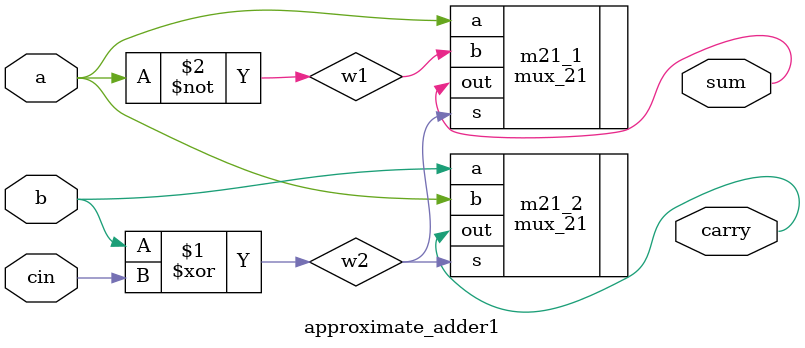
<source format=v>
`include "mux_21.v"

module approximate_adder1 (input a,b,cin,
                          output sum,carry);
  
  wire w1,w2;
  not b0_i (w1,a);
  xor x2_i(w2,b,cin);
  mux_21 m21_1 (.a(a),.b(w1),.s(w2),.out(sum));
  mux_21 m21_2 (.a(b),.b(a),.s(w2),.out(carry));
  
endmodule
</source>
